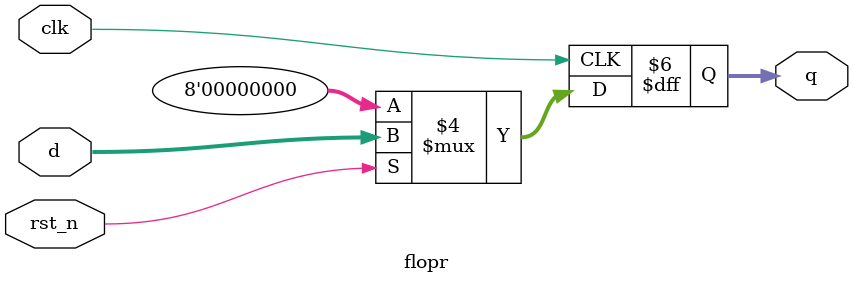
<source format=v>

module flopr#(parameter width =8)(
input wire clk, rst_n, 
input wire [width -1:0] d, 
output reg[width -1:0] q 
);

always @(posedge clk)
if (!rst_n) q <= 0;
else q <= d;

endmodule 
</source>
